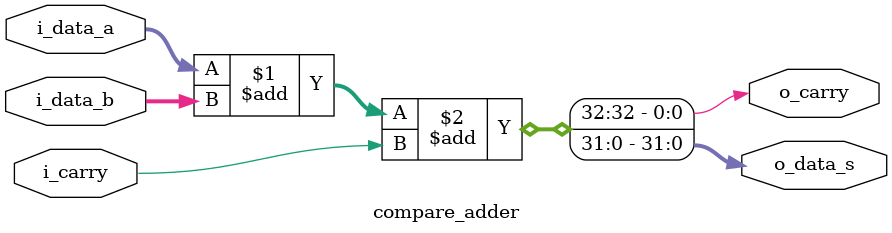
<source format=v>
module carry_lookahead_adder
#(
	parameter	BIT		= 32
)
(
	output		[BIT-1:0]			o_data_s,
	output							o_carry,
	input		[BIT-1:0]			i_data_a,
	input		[BIT-1:0]			i_data_b,
	input							i_carry
);
	wire		[(BIT/4)-1:0]		m_data_c;

`ifdef	GENER
	genvar	g;
	generate
		for (g=0; g<BIT/4; g=g+1) begin
			if(g==0) 
				cla_block u_cla_block( m_data_c[g], o_data_s[((g+1)*4)-1:g*4], i_data_a[((g+1)*4)-1:g*4], i_data_b[((g+1)*4)-1:g*4], i_carry);	
			else
				cla_block u_cla_block( m_data_c[g], o_data_s[((g+1)*4)-1:g*4], i_data_a[((g+1)*4)-1:g*4], i_data_b[((g+1)*4)-1:g*4], m_data_c[g-1]);	
		end
	endgenerate

	assign o_carry = m_data_c[BIT-1];

`else
	cla_block u_cla_block1( m_data_c[0], o_data_s[3:0],   i_data_a[3:0],   i_data_b[3:0],   i_carry);	
	cla_block u_cla_block2( m_data_c[1], o_data_s[7:4],   i_data_a[7:4],   i_data_b[7:4],   m_data_c[0]);
	cla_block u_cla_block3( m_data_c[2], o_data_s[11:8],  i_data_a[11:8],  i_data_b[11:8],  m_data_c[1]);
	cla_block u_cla_block4( m_data_c[3], o_data_s[15:12], i_data_a[15:12], i_data_b[15:12], m_data_c[2]);
	cla_block u_cla_block5( m_data_c[4], o_data_s[19:16], i_data_a[19:16], i_data_b[19:16], m_data_c[3]);
	cla_block u_cla_block6( m_data_c[5], o_data_s[23:20], i_data_a[23:20], i_data_b[23:20], m_data_c[4]);
	cla_block u_cla_block7( m_data_c[6], o_data_s[27:24], i_data_a[27:24], i_data_b[27:24], m_data_c[5]);
	cla_block u_cla_block8( o_carry,     o_data_s[31:28], i_data_a[31:28], i_data_b[31:28], m_data_c[6]);
`endif

endmodule

module cla_block
(
	output				o_carry,
	output	[3:0]		o_data_s,
	input	[3:0]		i_data_a,
	input	[3:0]		i_data_b,
	input				i_carry
);
	wire	[2:0]		m_data_c;
	wire	[3:0]		g;
	wire	[3:0]		p;

	assign g[0]		= i_data_a[0] & i_data_b[0];
	assign g[1]		= i_data_a[1] & i_data_b[1];
	assign g[2]		= i_data_a[2] & i_data_b[2];
	assign g[3]		= i_data_a[3] & i_data_b[3];

	assign p[0]		= i_data_a[0] | i_data_b[0];
	assign p[1]		= i_data_a[1] | i_data_b[1];
	assign p[2]		= i_data_a[2] | i_data_b[2];
	assign p[3]		= i_data_a[3] | i_data_b[3];

	assign m_data_c[0]		= g[0] | (p[0] & i_carry);
	assign m_data_c[1]		= g[1] | (p[1] & m_data_c[0]);
	assign m_data_c[2]		= g[2] | (p[2] & m_data_c[1]);
	assign o_carry			= g[3] | (p[3] & m_data_c[2]);

	assign o_data_s[0]		= (i_data_a[0] ^ i_data_b[0]) ^ i_carry;
	assign o_data_s[1]		= (i_data_a[1] ^ i_data_b[1]) ^ m_data_c[0];
	assign o_data_s[2]		= (i_data_a[2] ^ i_data_b[2]) ^ m_data_c[1];
	assign o_data_s[3]		= (i_data_a[3] ^ i_data_b[3]) ^ m_data_c[2];


endmodule

module compare_adder
#(
	parameter	BIT		= 32
)
(
	output	[BIT-1:0]		o_data_s,
	output					o_carry,
	input	[BIT-1:0]		i_data_a,
	input	[BIT-1:0]		i_data_b,
	input					i_carry
);

	assign {o_carry, o_data_s} = i_data_a + i_data_b + i_carry;

endmodule

</source>
